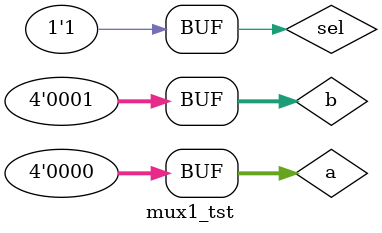
<source format=v>
`timescale 1ns / 1ps


module mux1_tst;

	// Inputs
	reg [3:0] a;
	reg [3:0] b;
	reg sel;

	// Outputs
	wire [3:0] o;

	// Instantiate the Unit Under Test (UUT)
	MUX_1 uut (
		.a(a), 
		.b(b), 
		.sel(sel), 
		.o(o)
	);

	initial begin
		// Initialize Inputs
		a = 0;
		b = 0;
		sel = 0;

		
		#100;
		a = 1;
		b = 0;
		sel = 0;

		
		#100;
		a = 0;
		b = 1;
		sel = 1;

		
		#100;
        
		// Add stimulus here

	end
      
endmodule


</source>
